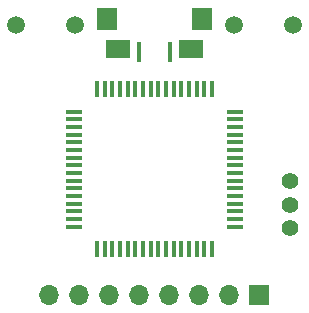
<source format=gbs>
G04 #@! TF.GenerationSoftware,KiCad,Pcbnew,(5.1.9-0-10_14)*
G04 #@! TF.CreationDate,2021-04-11T20:05:45+09:00*
G04 #@! TF.ProjectId,RL78Display,524c3738-4469-4737-906c-61792e6b6963,V1.0*
G04 #@! TF.SameCoordinates,Original*
G04 #@! TF.FileFunction,Soldermask,Bot*
G04 #@! TF.FilePolarity,Negative*
%FSLAX46Y46*%
G04 Gerber Fmt 4.6, Leading zero omitted, Abs format (unit mm)*
G04 Created by KiCad (PCBNEW (5.1.9-0-10_14)) date 2021-04-11 20:05:45*
%MOMM*%
%LPD*%
G01*
G04 APERTURE LIST*
%ADD10C,1.500000*%
%ADD11R,1.400000X0.300000*%
%ADD12R,0.300000X1.400000*%
%ADD13C,1.400000*%
%ADD14O,1.700000X1.700000*%
%ADD15R,1.700000X1.700000*%
%ADD16R,1.800000X1.900000*%
%ADD17R,2.100000X1.600000*%
%ADD18R,0.300000X1.750000*%
G04 APERTURE END LIST*
D10*
X11700000Y12200000D03*
X6700000Y12200000D03*
X-6700000Y12200000D03*
X-11700000Y12200000D03*
D11*
X-6800000Y-4875000D03*
X-6800000Y-4225000D03*
X-6800000Y-3575000D03*
X-6800000Y-2925000D03*
X-6800000Y-2275000D03*
X-6800000Y-1625000D03*
X-6800000Y-975000D03*
X-6800000Y-325000D03*
X-6800000Y325000D03*
X-6800000Y975000D03*
X-6800000Y1625000D03*
X-6800000Y2275000D03*
X-6800000Y2925000D03*
X-6850000Y3575000D03*
X-6800000Y4225000D03*
X-6800000Y4875000D03*
D12*
X-4875000Y6800000D03*
X-4225000Y6800000D03*
X-3575000Y6800000D03*
X-2925000Y6800000D03*
X-2275000Y6800000D03*
X-1625000Y6800000D03*
X-975000Y6800000D03*
X-325000Y6800000D03*
X325000Y6800000D03*
X975000Y6800000D03*
X1625000Y6800000D03*
X2275000Y6800000D03*
X2925000Y6800000D03*
X3575000Y6800000D03*
X4225000Y6800000D03*
X4875000Y6800000D03*
D11*
X6800000Y4875000D03*
X6800000Y4225000D03*
X6800000Y3575000D03*
X6800000Y2925000D03*
X6800000Y2275000D03*
X6800000Y1625000D03*
X6800000Y975000D03*
X6800000Y325000D03*
X6800000Y-325000D03*
X6800000Y-975000D03*
X6800000Y-1625000D03*
X6800000Y-2275000D03*
X6800000Y-2925000D03*
X6800000Y-3575000D03*
X6800000Y-4225000D03*
X6800000Y-4875000D03*
D12*
X4875000Y-6800000D03*
X4225000Y-6800000D03*
X3575000Y-6800000D03*
X2925000Y-6800000D03*
X2275000Y-6800000D03*
X1625000Y-6800000D03*
X975000Y-6800000D03*
X325000Y-6800000D03*
X-325000Y-6800000D03*
X-975000Y-6800000D03*
X-1625000Y-6800000D03*
X-2275000Y-6800000D03*
X-2925000Y-6800000D03*
X-3575000Y-6800000D03*
X-4225000Y-6800000D03*
X-4875000Y-6800000D03*
D13*
X11500000Y-5000000D03*
X11500000Y-3000000D03*
X11500000Y-1000000D03*
D14*
X-8890000Y-10700000D03*
X-6350000Y-10700000D03*
X-3810000Y-10700000D03*
X-1270000Y-10700000D03*
X1270000Y-10700000D03*
X3810000Y-10700000D03*
X6350000Y-10700000D03*
D15*
X8890000Y-10700000D03*
D16*
X4000000Y12750000D03*
X-4000000Y12750000D03*
D17*
X3100000Y10200000D03*
X-3100000Y10200000D03*
D18*
X1300000Y9900000D03*
X-1300000Y9875000D03*
M02*

</source>
